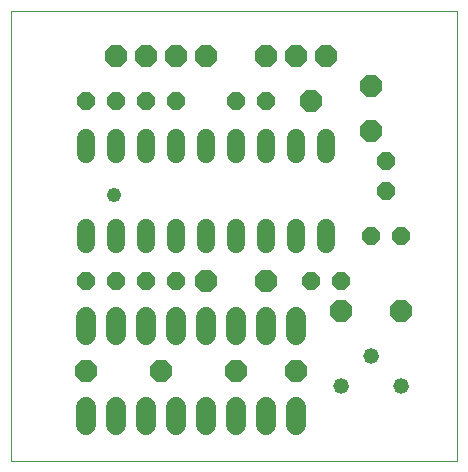
<source format=gts>
G75*
%MOIN*%
%OFA0B0*%
%FSLAX25Y25*%
%IPPOS*%
%LPD*%
%AMOC8*
5,1,8,0,0,1.08239X$1,22.5*
%
%ADD10C,0.00000*%
%ADD11C,0.06000*%
%ADD12OC8,0.07100*%
%ADD13OC8,0.06000*%
%ADD14C,0.06800*%
%ADD15C,0.05200*%
%ADD16C,0.04800*%
D10*
X0001000Y0001000D02*
X0001000Y0150961D01*
X0149701Y0150961D01*
X0149701Y0001000D01*
X0001000Y0001000D01*
D11*
X0026000Y0073400D02*
X0026000Y0078600D01*
X0036000Y0078600D02*
X0036000Y0073400D01*
X0046000Y0073400D02*
X0046000Y0078600D01*
X0056000Y0078600D02*
X0056000Y0073400D01*
X0066000Y0073400D02*
X0066000Y0078600D01*
X0076000Y0078600D02*
X0076000Y0073400D01*
X0086000Y0073400D02*
X0086000Y0078600D01*
X0096000Y0078600D02*
X0096000Y0073400D01*
X0106000Y0073400D02*
X0106000Y0078600D01*
X0106000Y0103400D02*
X0106000Y0108600D01*
X0096000Y0108600D02*
X0096000Y0103400D01*
X0086000Y0103400D02*
X0086000Y0108600D01*
X0076000Y0108600D02*
X0076000Y0103400D01*
X0066000Y0103400D02*
X0066000Y0108600D01*
X0056000Y0108600D02*
X0056000Y0103400D01*
X0046000Y0103400D02*
X0046000Y0108600D01*
X0036000Y0108600D02*
X0036000Y0103400D01*
X0026000Y0103400D02*
X0026000Y0108600D01*
D12*
X0036000Y0136000D03*
X0046000Y0136000D03*
X0056000Y0136000D03*
X0066000Y0136000D03*
X0086000Y0136000D03*
X0096000Y0136000D03*
X0106000Y0136000D03*
X0101000Y0121000D03*
X0121000Y0126000D03*
X0121000Y0111000D03*
X0086000Y0061000D03*
X0066000Y0061000D03*
X0076000Y0031000D03*
X0096000Y0031000D03*
X0111000Y0051000D03*
X0131000Y0051000D03*
X0051000Y0031000D03*
X0026000Y0031000D03*
D13*
X0026000Y0061000D03*
X0036000Y0061000D03*
X0046000Y0061000D03*
X0056000Y0061000D03*
X0101000Y0061000D03*
X0111000Y0061000D03*
X0121000Y0076000D03*
X0131000Y0076000D03*
X0126000Y0091000D03*
X0126000Y0101000D03*
X0086000Y0121000D03*
X0076000Y0121000D03*
X0056000Y0121000D03*
X0046000Y0121000D03*
X0036000Y0121000D03*
X0026000Y0121000D03*
D14*
X0026000Y0049000D02*
X0026000Y0043000D01*
X0036000Y0043000D02*
X0036000Y0049000D01*
X0046000Y0049000D02*
X0046000Y0043000D01*
X0056000Y0043000D02*
X0056000Y0049000D01*
X0066000Y0049000D02*
X0066000Y0043000D01*
X0076000Y0043000D02*
X0076000Y0049000D01*
X0086000Y0049000D02*
X0086000Y0043000D01*
X0096000Y0043000D02*
X0096000Y0049000D01*
X0096000Y0019000D02*
X0096000Y0013000D01*
X0086000Y0013000D02*
X0086000Y0019000D01*
X0076000Y0019000D02*
X0076000Y0013000D01*
X0066000Y0013000D02*
X0066000Y0019000D01*
X0056000Y0019000D02*
X0056000Y0013000D01*
X0046000Y0013000D02*
X0046000Y0019000D01*
X0036000Y0019000D02*
X0036000Y0013000D01*
X0026000Y0013000D02*
X0026000Y0019000D01*
D15*
X0111000Y0026000D03*
X0121000Y0036000D03*
X0131000Y0026000D03*
D16*
X0035335Y0089608D03*
M02*

</source>
